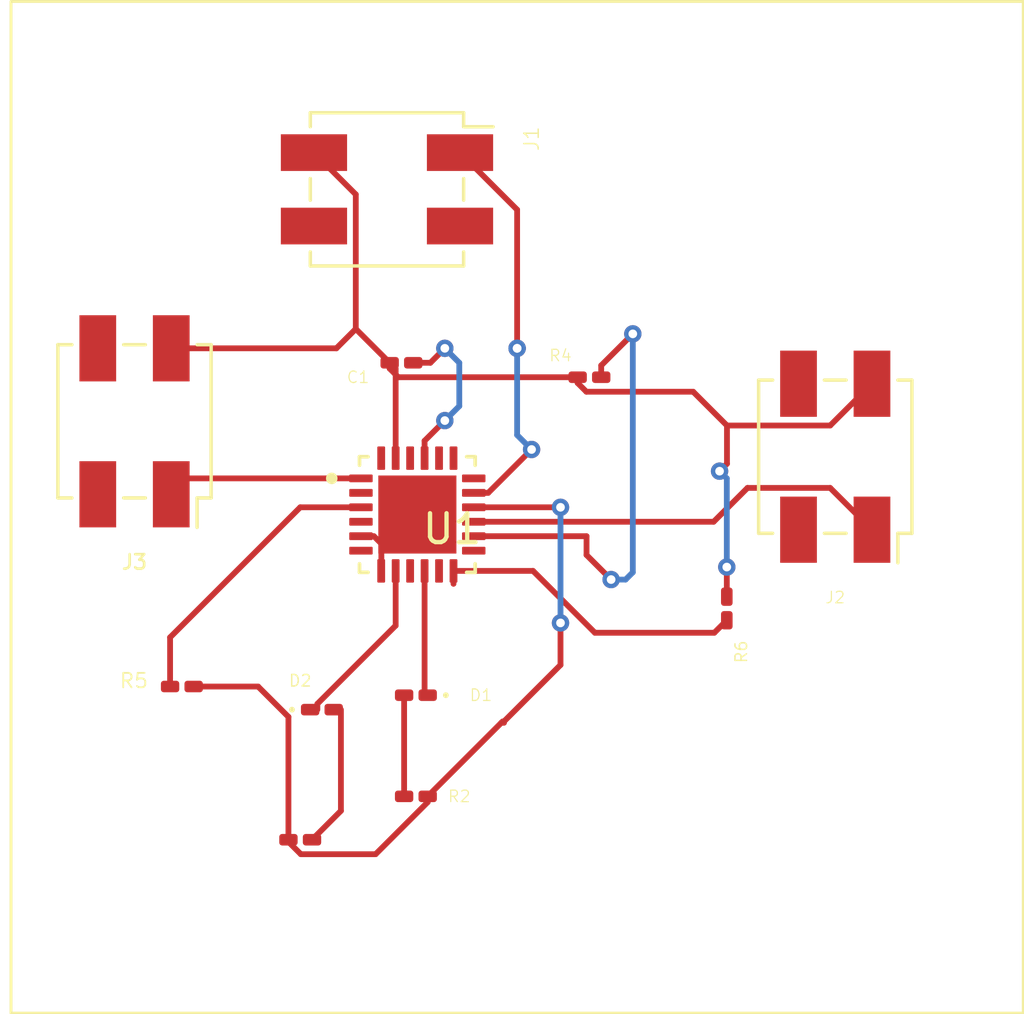
<source format=kicad_pcb>
(kicad_pcb (version 20241229) (generator "pcbnew") (generator_version "9.0")
  (title_block (title "NPM1100 EVAL BOARD DESIGN") (date "17-6-25") (rev "1.0"))
  (layers (0 "F.Cu" signal) (2 "B.Cu" signal) (13 "F.Paste" user) (15 "B.Paste" user) (5 "F.SilkS" user "F.Silkscreen") (7 "B.SilkS" user "B.Silkscreen") (1 "F.Mask" user) (3 "B.Mask" user) (25 "Edge.Cuts" user))
  (net 0 "")
  (net 1 "Net-(U1-DEC)")
  (net 2 "GND")
  (net 3 "Net-(D1-A)")
  (net 4 "Net-(D1-K)")
  (net 5 "Net-(D2-A)")
  (net 6 "Net-(D2-K)")
  (net 7 "Net-(J1-Pin_1)")
  (net 8 "/+")
  (net 9 "Net-(J3-Pin_1)")
  (net 10 "/D1")
  (net 11 "Net-(U1-NTC)")
  (net 12 "Net-(U1-VOUTBSET1)")
  (net 13 "Net-(U1-ICHG)")
  (footprint "Connector_Samtec_HLE_SMD:Samtec_HLE-102-02-xxx-DV-LC_2x02_P2.54mm_Horizontal" (layer "F.Cu") (at 193.5 69.75 180)
    (property "Reference" "J2" (at 0 -4.87 0) (layer "F.SilkS") (effects (font (size 0.4 0.4) (thickness 0.04))))
    (property "Value" "Conn_01x02_Pin")
    (fp_line (start 2.65 2.65) (end 2.165 2.65) (stroke (width 0.12)) (layer "F.SilkS"))
    (fp_line (start 2.65 -2.65) (end 2.65 2.65) (stroke (width 0.12)) (layer "F.SilkS"))
    (fp_line (start 2.165 -2.65) (end 2.65 -2.65) (stroke (width 0.12)) (layer "F.SilkS"))
    (fp_line (start -0.375 2.65) (end 0.375 2.65) (stroke (width 0.12)) (layer "F.SilkS"))
    (fp_line (start -0.375 -2.65) (end 0.375 -2.65) (stroke (width 0.12)) (layer "F.SilkS"))
    (fp_line (start -2.165 -2.65) (end -2.65 -2.65) (stroke (width 0.12)) (layer "F.SilkS"))
    (fp_line (start -2.165 -3.67) (end -2.165 -2.65) (stroke (width 0.12)) (layer "F.SilkS"))
    (fp_line (start -2.65 2.65) (end -2.165 2.65) (stroke (width 0.12)) (layer "F.SilkS"))
    (fp_line (start -2.65 -2.65) (end -2.65 2.65) (stroke (width 0.12)) (layer "F.SilkS"))
    (pad "" np_thru_hole circle (at 0 0 180) (size 1.19 1.19) (drill 1.19) (layers "*.Cu" "*.Mask"))
    (pad "1" smd rect (at -1.27 -2.525 180) (size 1.27 2.29) (layers "F.Cu" "F.Mask" "F.Paste") (net 8 "/+"))
    (pad "2" smd rect (at -1.27 2.525 180) (size 1.27 2.29) (layers "F.Cu" "F.Mask" "F.Paste") (net 2 "GND"))
    (pad "3" smd rect (at 1.27 -2.525 180) (size 1.27 2.29) (layers "F.Cu" "F.Mask" "F.Paste"))
    (pad "4" smd rect (at 1.27 2.525 180) (size 1.27 2.29) (layers "F.Cu" "F.Mask" "F.Paste"))
  )
  (footprint "Resistor_SMD:R_0201_0603Metric_Pad0.64x0.40mm_HandSolder" (layer "F.Cu") (at 185 67)
    (property "Reference" "R4" (at -1 -0.75 0) (layer "F.SilkS") (effects (font (size 0.4 0.4) (thickness 0.04))))
    (property "Value" "10K")
    (pad "1" smd roundrect (at -0.4075 0) (size 0.635 0.4) (layers "F.Cu" "F.Mask") (net 2 "GND"))
    (pad "2" smd roundrect (at 0.4075 0) (size 0.635 0.4) (layers "F.Cu" "F.Mask") (net 11 "Net-(U1-NTC)"))
  )
  (footprint "Resistor_SMD:R_0201_0603Metric_Pad0.64x0.40mm_HandSolder" (layer "F.Cu") (at 175 83 180)
    (property "Reference" "R1" (hide yes))
    (property "Value" "1K")
    (pad "1" smd roundrect (at -0.4075 0 180) (size 0.635 0.4) (layers "F.Cu" "F.Mask") (net 5 "Net-(D2-A)"))
    (pad "2" smd roundrect (at 0.4075 0 180) (size 0.635 0.4) (layers "F.Cu" "F.Mask") (net 10 "/D1"))
  )
  (footprint "QFN_CUSTOM:QFN50P400X400X90-25N" (layer "F.Cu") (at 179.05 71.75)
    (property "Reference" "U1" (at 1.2 0.5 0) (layer "F.SilkS"))
    (property "Value" "NPM1100-QDAB-R7")
    (fp_line (start -2 -2) (end -2 -1.705) (stroke (width 0.127)) (layer "F.SilkS"))
    (fp_line (start -2 -2) (end -1.705 -2) (stroke (width 0.127)) (layer "F.SilkS"))
    (fp_line (start -2 2) (end -2 1.705) (stroke (width 0.127)) (layer "F.SilkS"))
    (fp_line (start -2 2) (end -1.705 2) (stroke (width 0.127)) (layer "F.SilkS"))
    (fp_line (start 2 -2) (end 1.705 -2) (stroke (width 0.127)) (layer "F.SilkS"))
    (fp_line (start 2 -2) (end 2 -1.705) (stroke (width 0.127)) (layer "F.SilkS"))
    (fp_line (start 2 2) (end 1.705 2) (stroke (width 0.127)) (layer "F.SilkS"))
    (fp_line (start 2 2) (end 2 1.705) (stroke (width 0.127)) (layer "F.SilkS"))
    (fp_circle (center -2.96 -1.25) (end -2.86 -1.25) (stroke (width 0.2)) (fill no) (layer "F.SilkS"))
    (pad "1" smd roundrect (at -1.95 -1.25) (size 0.81 0.27) (layers "F.Cu" "F.Mask" "F.Paste") (roundrect_rratio 0.125) (net 9 "Net-(J3-Pin_1)"))
    (pad "2" smd roundrect (at -1.95 -0.75) (size 0.81 0.27) (layers "F.Cu" "F.Mask" "F.Paste") (roundrect_rratio 0.125) (net 12 "Net-(U1-VOUTBSET1)"))
    (pad "3" smd roundrect (at -1.95 -0.25) (size 0.81 0.27) (layers "F.Cu" "F.Mask" "F.Paste") (roundrect_rratio 0.125) (net 12 "Net-(U1-VOUTBSET1)"))
    (pad "4" smd roundrect (at -1.95 0.25) (size 0.81 0.27) (layers "F.Cu" "F.Mask" "F.Paste") (roundrect_rratio 0.125))
    (pad "5" smd roundrect (at -1.95 0.75) (size 0.81 0.27) (layers "F.Cu" "F.Mask" "F.Paste") (roundrect_rratio 0.125) (net 2 "GND"))
    (pad "6" smd roundrect (at -1.95 1.25) (size 0.81 0.27) (layers "F.Cu" "F.Mask" "F.Paste") (roundrect_rratio 0.125))
    (pad "7" smd roundrect (at -1.25 1.95) (size 0.27 0.81) (layers "F.Cu" "F.Mask" "F.Paste") (roundrect_rratio 0.125) (net 2 "GND"))
    (pad "8" smd roundrect (at -0.75 1.95) (size 0.27 0.81) (layers "F.Cu" "F.Mask" "F.Paste") (roundrect_rratio 0.125) (net 6 "Net-(D2-K)"))
    (pad "9" smd roundrect (at -0.25 1.95) (size 0.27 0.81) (layers "F.Cu" "F.Mask" "F.Paste") (roundrect_rratio 0.125) (net 2 "GND"))
    (pad "10" smd roundrect (at 0.25 1.95) (size 0.27 0.81) (layers "F.Cu" "F.Mask" "F.Paste") (roundrect_rratio 0.125) (net 4 "Net-(D1-K)"))
    (pad "11" smd roundrect (at 0.75 1.95) (size 0.27 0.81) (layers "F.Cu" "F.Mask" "F.Paste") (roundrect_rratio 0.125))
    (pad "12" smd roundrect (at 1.25 1.95) (size 0.27 0.81) (layers "F.Cu" "F.Mask" "F.Paste") (roundrect_rratio 0.125) (net 13 "Net-(U1-ICHG)"))
    (pad "13" smd roundrect (at 1.95 1.25) (size 0.81 0.27) (layers "F.Cu" "F.Mask" "F.Paste") (roundrect_rratio 0.125))
    (pad "14" smd roundrect (at 1.95 0.75) (size 0.81 0.27) (layers "F.Cu" "F.Mask" "F.Paste") (roundrect_rratio 0.125) (net 11 "Net-(U1-NTC)"))
    (pad "15" smd roundrect (at 1.95 0.25) (size 0.81 0.27) (layers "F.Cu" "F.Mask" "F.Paste") (roundrect_rratio 0.125) (net 8 "/+"))
    (pad "16" smd roundrect (at 1.95 -0.25) (size 0.81 0.27) (layers "F.Cu" "F.Mask" "F.Paste") (roundrect_rratio 0.125) (net 10 "/D1"))
    (pad "17" smd roundrect (at 1.95 -0.75) (size 0.81 0.27) (layers "F.Cu" "F.Mask" "F.Paste") (roundrect_rratio 0.125) (net 7 "Net-(J1-Pin_1)"))
    (pad "18" smd roundrect (at 1.95 -1.25) (size 0.81 0.27) (layers "F.Cu" "F.Mask" "F.Paste") (roundrect_rratio 0.125))
    (pad "19" smd roundrect (at 1.25 -1.95) (size 0.27 0.81) (layers "F.Cu" "F.Mask" "F.Paste") (roundrect_rratio 0.125))
    (pad "20" smd roundrect (at 0.75 -1.95) (size 0.27 0.81) (layers "F.Cu" "F.Mask" "F.Paste") (roundrect_rratio 0.125))
    (pad "21" smd roundrect (at 0.25 -1.95) (size 0.27 0.81) (layers "F.Cu" "F.Mask" "F.Paste") (roundrect_rratio 0.125) (net 1 "Net-(U1-DEC)"))
    (pad "22" smd roundrect (at -0.25 -1.95) (size 0.27 0.81) (layers "F.Cu" "F.Mask" "F.Paste") (roundrect_rratio 0.125))
    (pad "23" smd roundrect (at -0.75 -1.95) (size 0.27 0.81) (layers "F.Cu" "F.Mask" "F.Paste") (roundrect_rratio 0.125) (net 2 "GND"))
    (pad "24" smd roundrect (at -1.25 -1.95) (size 0.27 0.81) (layers "F.Cu" "F.Mask" "F.Paste") (roundrect_rratio 0.125))
    (pad "25" smd rect (at 0 0) (size 2.7 2.7) (layers "F.Cu" "F.Mask") (net 2 "GND"))
  )
  (footprint "Capacitor_SMD:C_0201_0603Metric_Pad0.64x0.40mm_HandSolder" (layer "F.Cu") (at 178.5 66.5 180)
    (property "Reference" "C1" (at 1.5 -0.5 0) (layer "F.SilkS") (effects (font (size 0.4 0.4) (thickness 0.04))))
    (property "Value" "10 µf")
    (pad "1" smd roundrect (at -0.4075 0 180) (size 0.635 0.4) (layers "F.Cu" "F.Mask") (net 1 "Net-(U1-DEC)"))
    (pad "2" smd roundrect (at 0.4075 0 180) (size 0.635 0.4) (layers "F.Cu" "F.Mask") (net 2 "GND"))
  )
  (footprint "Connector_Samtec_HLE_SMD:Samtec_HLE-102-02-xxx-DV-LC_2x02_P2.54mm_Horizontal" (layer "F.Cu") (at 169.27 68.525 180)
    (property "Reference" "J3" (at 0 -4.87 0) (layer "F.SilkS") (effects (font (size 0.5 0.5) (thickness 0.09) (bold yes))))
    (property "Value" "Conn_01x02_Pin")
    (fp_line (start 2.65 2.65) (end 2.165 2.65) (stroke (width 0.12)) (layer "F.SilkS"))
    (fp_line (start 2.65 -2.65) (end 2.65 2.65) (stroke (width 0.12)) (layer "F.SilkS"))
    (fp_line (start 2.165 -2.65) (end 2.65 -2.65) (stroke (width 0.12)) (layer "F.SilkS"))
    (fp_line (start -0.375 2.65) (end 0.375 2.65) (stroke (width 0.12)) (layer "F.SilkS"))
    (fp_line (start -0.375 -2.65) (end 0.375 -2.65) (stroke (width 0.12)) (layer "F.SilkS"))
    (fp_line (start -2.165 -2.65) (end -2.65 -2.65) (stroke (width 0.12)) (layer "F.SilkS"))
    (fp_line (start -2.165 -3.67) (end -2.165 -2.65) (stroke (width 0.12)) (layer "F.SilkS"))
    (fp_line (start -2.65 2.65) (end -2.165 2.65) (stroke (width 0.12)) (layer "F.SilkS"))
    (fp_line (start -2.65 -2.65) (end -2.65 2.65) (stroke (width 0.12)) (layer "F.SilkS"))
    (pad "" np_thru_hole circle (at 0 0 180) (size 1.19 1.19) (drill 1.19) (layers "*.Cu" "*.Mask"))
    (pad "1" smd rect (at -1.27 -2.525 180) (size 1.27 2.29) (layers "F.Cu" "F.Mask" "F.Paste") (net 9 "Net-(J3-Pin_1)"))
    (pad "2" smd rect (at -1.27 2.525 180) (size 1.27 2.29) (layers "F.Cu" "F.Mask" "F.Paste") (net 2 "GND"))
    (pad "3" smd rect (at 1.27 -2.525 180) (size 1.27 2.29) (layers "F.Cu" "F.Mask" "F.Paste"))
    (pad "4" smd rect (at 1.27 2.525 180) (size 1.27 2.29) (layers "F.Cu" "F.Mask" "F.Paste"))
  )
  (footprint "Resistor_SMD:R_0201_0603Metric_Pad0.64x0.40mm_HandSolder" (layer "F.Cu") (at 179 81.5)
    (property "Reference" "R2" (at 1.5 0 0) (layer "F.SilkS") (effects (font (size 0.4 0.4) (thickness 0.04))))
    (property "Value" "1K")
    (pad "1" smd roundrect (at -0.4075 0) (size 0.635 0.4) (layers "F.Cu" "F.Mask") (net 3 "Net-(D1-A)"))
    (pad "2" smd roundrect (at 0.4075 0) (size 0.635 0.4) (layers "F.Cu" "F.Mask") (net 10 "/D1"))
  )
  (footprint "Connector_Samtec_HLE_SMD:Samtec_HLE-102-02-xxx-DV-LC_2x02_P2.54mm_Horizontal" (layer "F.Cu") (at 178 60.5 -90)
    (property "Reference" "J1" (at -1.75 -5 90) (layer "F.SilkS") (effects (font (size 0.5 0.5) (thickness 0.05))))
    (property "Value" "Conn_01x02_pin")
    (fp_line (start -2.65 2.65) (end -2.165 2.65) (stroke (width 0.12)) (layer "F.SilkS"))
    (fp_line (start -0.375 2.65) (end 0.375 2.65) (stroke (width 0.12)) (layer "F.SilkS"))
    (fp_line (start 2.65 2.65) (end 2.165 2.65) (stroke (width 0.12)) (layer "F.SilkS"))
    (fp_line (start -2.65 -2.65) (end -2.65 2.65) (stroke (width 0.12)) (layer "F.SilkS"))
    (fp_line (start -2.165 -2.65) (end -2.65 -2.65) (stroke (width 0.12)) (layer "F.SilkS"))
    (fp_line (start -0.375 -2.65) (end 0.375 -2.65) (stroke (width 0.12)) (layer "F.SilkS"))
    (fp_line (start 2.165 -2.65) (end 2.65 -2.65) (stroke (width 0.12)) (layer "F.SilkS"))
    (fp_line (start 2.65 -2.65) (end 2.65 2.65) (stroke (width 0.12)) (layer "F.SilkS"))
    (fp_line (start -2.165 -3.67) (end -2.165 -2.65) (stroke (width 0.12)) (layer "F.SilkS"))
    (pad "" np_thru_hole circle (at 0 0 270) (size 1.19 1.19) (drill 1.19) (layers "*.Cu" "*.Mask"))
    (pad "1" smd rect (at -1.27 -2.525 270) (size 1.27 2.29) (layers "F.Cu" "F.Mask" "F.Paste") (net 7 "Net-(J1-Pin_1)"))
    (pad "2" smd rect (at -1.27 2.525 270) (size 1.27 2.29) (layers "F.Cu" "F.Mask" "F.Paste") (net 2 "GND"))
    (pad "3" smd rect (at 1.27 -2.525 270) (size 1.27 2.29) (layers "F.Cu" "F.Mask" "F.Paste"))
    (pad "4" smd rect (at 1.27 2.525 270) (size 1.27 2.29) (layers "F.Cu" "F.Mask" "F.Paste"))
  )
  (footprint "Resistor_SMD:R_0201_0603Metric_Pad0.64x0.40mm_HandSolder" (layer "F.Cu") (at 189.75 75 -90)
    (property "Reference" "R6" (at 1.5 -0.5 90) (layer "F.SilkS") (effects (font (size 0.4 0.4) (thickness 0.05))))
    (property "Value" "1.5K")
    (pad "1" smd roundrect (at -0.4075 0 270) (size 0.635 0.4) (layers "F.Cu" "F.Mask") (net 2 "GND"))
    (pad "2" smd roundrect (at 0.4075 0 270) (size 0.635 0.4) (layers "F.Cu" "F.Mask") (net 13 "Net-(U1-ICHG)"))
  )
  (footprint "Resistor_SMD:R_0201_0603Metric_Pad0.64x0.40mm_HandSolder" (layer "F.Cu") (at 170.9075 77.699999)
    (property "Reference" "R5" (at -1.6575 -0.199999 0) (layer "F.SilkS") (effects (font (size 0.5 0.5) (thickness 0.06))))
    (property "Value" "1K")
    (pad "1" smd roundrect (at -0.4075 0) (size 0.635 0.4) (layers "F.Cu" "F.Mask") (net 12 "Net-(U1-VOUTBSET1)"))
    (pad "2" smd roundrect (at 0.4075 0) (size 0.635 0.4) (layers "F.Cu" "F.Mask") (net 10 "/D1"))
  )
  (footprint "LED_SMD:LED_0201_0603Metric_Pad0.64x0.40mm_HandSolder" (layer "F.Cu") (at 179 78 180)
    (property "Reference" "D1" (at -2.25 0 180) (layer "F.SilkS") (effects (font (size 0.4 0.4) (thickness 0.04))))
    (property "Value" "LED")
    (fp_circle (center -1.035 0) (end -0.985 0) (stroke (width 0.1)) (fill no) (layer "F.SilkS"))
    (pad "1" smd roundrect (at -0.4075 0 180) (size 0.635 0.4) (layers "F.Cu" "F.Mask") (net 4 "Net-(D1-K)"))
    (pad "2" smd roundrect (at 0.4075 0 180) (size 0.635 0.4) (layers "F.Cu" "F.Mask") (net 3 "Net-(D1-A)"))
  )
  (footprint "LED_SMD:LED_0201_0603Metric_Pad0.64x0.40mm_HandSolder" (layer "F.Cu") (at 175.75 78.5)
    (property "Reference" "D2" (at -0.75 -1 0) (layer "F.SilkS") (effects (font (size 0.4 0.4) (thickness 0.05))))
    (property "Value" "LED")
    (fp_circle (center -1.035 0) (end -0.985 0) (stroke (width 0.1)) (fill no) (layer "F.SilkS"))
    (pad "1" smd roundrect (at -0.4075 0) (size 0.635 0.4) (layers "F.Cu" "F.Mask") (net 6 "Net-(D2-K)"))
    (pad "2" smd roundrect (at 0.4075 0) (size 0.635 0.4) (layers "F.Cu" "F.Mask") (net 5 "Net-(D2-A)"))
  )
  (gr_rect (start 165 54) (end 200 89) (stroke (width 0.1)) (fill no) (layer "F.SilkS"))
  (segment (start 179.5 66.5) (end 180 66) (width 0.2) (layer "F.Cu") (net 1))
  (segment (start 179.3 69.8) (end 179.3 69.2) (width 0.2) (layer "F.Cu") (net 1))
  (segment (start 180 68.5) (end 180.075029 68.424971) (width 0.2) (layer "F.Cu") (net 1))
  (segment (start 179.3 69.2) (end 180 68.5) (width 0.2) (layer "F.Cu") (net 1))
  (segment (start 178.9075 66.5) (end 179.5 66.5) (width 0.2) (layer "F.Cu") (net 1))
  (via (at 180 68.5) (size 0.6) (drill 0.3) (layers "F.Cu" "B.Cu") (net 1))
  (via (at 180 66) (size 0.6) (drill 0.3) (layers "F.Cu" "B.Cu") (net 1))
  (segment (start 180.5 68) (end 180.5 66.5) (width 0.2) (layer "B.Cu") (net 1))
  (segment (start 180 68.5) (end 180.5 68) (width 0.2) (layer "B.Cu") (net 1))
  (segment (start 180.5 66.5) (end 180 66) (width 0.2) (layer "B.Cu") (net 1))
  (segment (start 184.5925 67.199999) (end 184.5925 67) (width 0.2) (layer "F.Cu") (net 2))
  (segment (start 189.75 74.5925) (end 189.75 73.5675) (width 0.2) (layer "F.Cu") (net 2))
  (segment (start 178.0925 66.5) (end 178.3 66.7075) (width 0.2) (layer "F.Cu") (net 2))
  (segment (start 188.586 67.501) (end 184.893501 67.501) (width 0.2) (layer "F.Cu") (net 2))
  (segment (start 176.921 60.676) (end 176.921 65.3285) (width 0.2) (layer "F.Cu") (net 2))
  (segment (start 178.392501 67) (end 178.0925 66.699999) (width 0.2) (layer "F.Cu") (net 2))
  (segment (start 189.5 70.25) (end 189.756 69.994) (width 0.2) (layer "F.Cu") (net 2))
  (segment (start 177.806 72.759158) (end 177.546842 72.5) (width 0.2) (layer "F.Cu") (net 2))
  (segment (start 193.324 68.671) (end 194.77 67.225) (width 0.2) (layer "F.Cu") (net 2))
  (segment (start 189.756 68.671) (end 193.324 68.671) (width 0.2) (layer "F.Cu") (net 2))
  (segment (start 170.54 66) (end 176.2495 66) (width 0.2) (layer "F.Cu") (net 2))
  (segment (start 177.546842 72.5) (end 177.1 72.5) (width 0.2) (layer "F.Cu") (net 2))
  (segment (start 184.893501 67.501) (end 184.5925 67.199999) (width 0.2) (layer "F.Cu") (net 2))
  (segment (start 175.475 59.23) (end 176.921 60.676) (width 0.2) (layer "F.Cu") (net 2))
  (segment (start 176.921 65.3285) (end 178.0925 66.5) (width 0.2) (layer "F.Cu") (net 2))
  (segment (start 177.8 73.7) (end 177.806 73.685515) (width 0.2) (layer "F.Cu") (net 2))
  (segment (start 178.0925 66.699999) (end 178.0925 66.5) (width 0.2) (layer "F.Cu") (net 2))
  (segment (start 178.3 66.7075) (end 178.3 69.8) (width 0.2) (layer "F.Cu") (net 2))
  (segment (start 189.756 69.994) (end 189.756 68.671) (width 0.2) (layer "F.Cu") (net 2))
  (segment (start 176.2495 66) (end 176.921 65.3285) (width 0.2) (layer "F.Cu") (net 2))
  (segment (start 184.5925 67) (end 178.392501 67) (width 0.2) (layer "F.Cu") (net 2))
  (segment (start 188.586 67.501) (end 189.756 68.671) (width 0.2) (layer "F.Cu") (net 2))
  (segment (start 177.806 73.685515) (end 177.806 72.759158) (width 0.2) (layer "F.Cu") (net 2))
  (via (at 189.5 70.25) (size 0.6) (drill 0.3) (layers "F.Cu" "B.Cu") (net 2))
  (via (at 189.75 73.5675) (size 0.6) (drill 0.3) (layers "F.Cu" "B.Cu") (net 2))
  (segment (start 189.75 70.5) (end 189.5 70.25) (width 0.2) (layer "B.Cu") (net 2))
  (segment (start 189.75 73.5675) (end 189.75 70.5) (width 0.2) (layer "B.Cu") (net 2))
  (segment (start 178.5925 78) (end 178.5925 81.5) (width 0.2) (layer "F.Cu") (net 3))
  (segment (start 179.4075 78) (end 179.3 77.8925) (width 0.2) (layer "F.Cu") (net 4))
  (segment (start 179.3 77.8925) (end 179.3 73.7) (width 0.2) (layer "F.Cu") (net 4))
  (segment (start 176.4075 78.5) (end 176.4075 82) (width 0.2) (layer "F.Cu") (net 5))
  (segment (start 176.4075 82) (end 175.4075 83) (width 0.2) (layer "F.Cu") (net 5))
  (segment (start 175.5925 78.5) (end 175.5925 78.300001) (width 0.2) (layer "F.Cu") (net 6))
  (segment (start 175.5925 78.300001) (end 178.3 75.592501) (width 0.2) (layer "F.Cu") (net 6))
  (segment (start 178.3 75.592501) (end 178.3 73.7) (width 0.2) (layer "F.Cu") (net 6))
  (segment (start 180.525 59.23) (end 182.5 61.205) (width 0.2) (layer "F.Cu") (net 7))
  (segment (start 182.5 61.205) (end 182.5 66) (width 0.2) (layer "F.Cu") (net 7))
  (segment (start 181.5 71) (end 183 69.5) (width 0.2) (layer "F.Cu") (net 7))
  (segment (start 183 69.5) (end 183.101 69.399) (width 0.2) (layer "F.Cu") (net 7))
  (segment (start 181 71) (end 181.5 71) (width 0.2) (layer "F.Cu") (net 7))
  (via (at 182.5 66) (size 0.6) (drill 0.3) (layers "F.Cu" "B.Cu") (net 7))
  (via (at 182.5 66) (size 0.6) (drill 0.3) (layers "F.Cu" "B.Cu") (net 7))
  (via (at 183 69.5) (size 0.6) (drill 0.3) (layers "F.Cu" "B.Cu") (net 7))
  (segment (start 182.5 69) (end 183 69.5) (width 0.2) (layer "B.Cu") (net 7))
  (segment (start 182.5 66) (end 182.5 69) (width 0.2) (layer "B.Cu") (net 7))
  (segment (start 190.466 70.829) (end 193.324 70.829) (width 0.2) (layer "F.Cu") (net 8))
  (segment (start 189.295 72) (end 181 72) (width 0.2) (layer "F.Cu") (net 8))
  (segment (start 193.324 70.829) (end 194.77 72.275) (width 0.2) (layer "F.Cu") (net 8))
  (segment (start 189.295 72) (end 190.466 70.829) (width 0.2) (layer "F.Cu") (net 8))
  (segment (start 171.09 70.5) (end 177.1 70.5) (width 0.2) (layer "F.Cu") (net 9))
  (segment (start 170.54 71.05) (end 171.09 70.5) (width 0.2) (layer "F.Cu") (net 9))
  (segment (start 174.5925 83) (end 174.5925 83.07237) (width 0.2) (layer "F.Cu") (net 10))
  (segment (start 177.606499 83.501) (end 179.4075 81.699999) (width 0.2) (layer "F.Cu") (net 10))
  (segment (start 171.315 77.699999) (end 173.542499 77.699999) (width 0.2) (layer "F.Cu") (net 10))
  (segment (start 181.95375 78.95375) (end 182 78.9075) (width 0.2) (layer "F.Cu") (net 10))
  (segment (start 182.04625 78.95375) (end 182 78.95375) (width 0.2) (layer "F.Cu") (net 10))
  (segment (start 175.02113 83.501) (end 177.606499 83.501) (width 0.2) (layer "F.Cu") (net 10))
  (segment (start 179.4075 81.699999) (end 179.4075 81.5) (width 0.2) (layer "F.Cu") (net 10))
  (segment (start 179.4075 81.5) (end 181.95375 78.95375) (width 0.2) (layer "F.Cu") (net 10))
  (segment (start 182 78.95375) (end 184 76.95375) (width 0.2) (layer "F.Cu") (net 10))
  (segment (start 173.542499 77.699999) (end 174.5925 78.75) (width 0.2) (layer "F.Cu") (net 10))
  (segment (start 182 78.95375) (end 181.95375 78.95375) (width 0.2) (layer "F.Cu") (net 10))
  (segment (start 184 71.5) (end 181 71.5) (width 0.2) (layer "F.Cu") (net 10))
  (segment (start 184 76.95375) (end 184 75.5) (width 0.2) (layer "F.Cu") (net 10))
  (segment (start 174.5925 83.07237) (end 175.02113 83.501) (width 0.2) (layer "F.Cu") (net 10))
  (segment (start 174.5925 78.75) (end 174.5925 83) (width 0.2) (layer "F.Cu") (net 10))
  (via (at 184 71.5) (size 0.6) (drill 0.3) (layers "F.Cu" "B.Cu") (net 10))
  (via (at 184 75.5) (size 0.6) (drill 0.3) (layers "F.Cu" "B.Cu") (net 10))
  (segment (start 184 75.5) (end 184 71.5) (width 0.2) (layer "B.Cu") (net 10))
  (segment (start 181 72.5) (end 184.900057 72.5) (width 0.2) (layer "F.Cu") (net 11))
  (segment (start 185.4075 67) (end 185.4075 66.5925) (width 0.2) (layer "F.Cu") (net 11))
  (segment (start 185.4075 66.5925) (end 186.5 65.5) (width 0.2) (layer "F.Cu") (net 11))
  (segment (start 184.900057 72.5) (end 184.900057 73.150057) (width 0.2) (layer "F.Cu") (net 11))
  (segment (start 184.900057 73.150057) (end 185.75 74) (width 0.2) (layer "F.Cu") (net 11))
  (via (at 186.5 65.5) (size 0.6) (drill 0.3) (layers "F.Cu" "B.Cu") (net 11))
  (via (at 185.75 74) (size 0.6) (drill 0.3) (layers "F.Cu" "B.Cu") (net 11))
  (segment (start 186.5 73.75) (end 186.25 74) (width 0.2) (layer "B.Cu") (net 11))
  (segment (start 186.5 65.5) (end 186.5 73.75) (width 0.2) (layer "B.Cu") (net 11))
  (segment (start 186.25 74) (end 185.75 74) (width 0.2) (layer "B.Cu") (net 11))
  (segment (start 170.5 76) (end 175 71.5) (width 0.2) (layer "F.Cu") (net 12))
  (segment (start 170.5 77.699999) (end 170.5 76) (width 0.2) (layer "F.Cu") (net 12))
  (segment (start 175 71.5) (end 177.1 71.5) (width 0.2) (layer "F.Cu") (net 12))
  (segment (start 185.189943 75.84) (end 189.3175 75.84) (width 0.2) (layer "F.Cu") (net 13))
  (segment (start 180.3 73.7) (end 183.049943 73.7) (width 0.2) (layer "F.Cu") (net 13))
  (segment (start 189.3175 75.84) (end 189.75 75.4075) (width 0.2) (layer "F.Cu") (net 13))
  (segment (start 183.049943 73.7) (end 185.189943 75.84) (width 0.2) (layer "F.Cu") (net 13))
  (segment (start 180.3 74.146842) (end 180.3 73.7) (width 0.2) (layer "F.Cu") (net 13))
)
</source>
